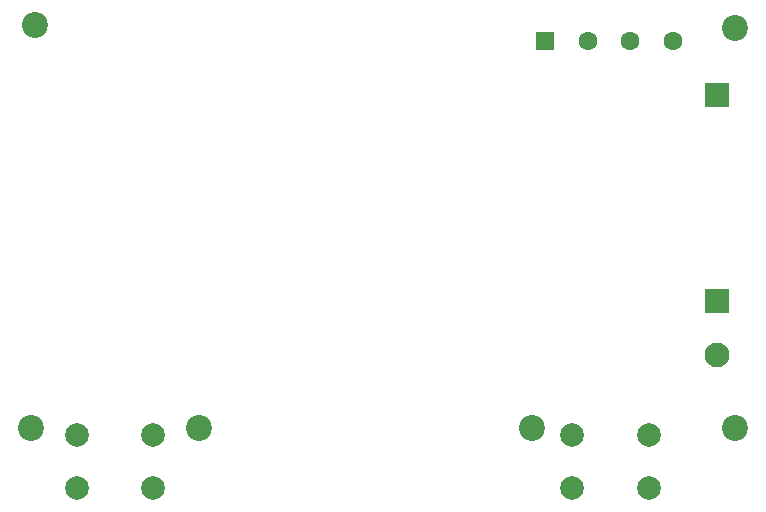
<source format=gbs>
%TF.GenerationSoftware,KiCad,Pcbnew,7.0.5+dfsg-2*%
%TF.CreationDate,2023-08-29T10:22:54-04:00*%
%TF.ProjectId,proto1_0,70726f74-6f31-45f3-902e-6b696361645f,rev?*%
%TF.SameCoordinates,Original*%
%TF.FileFunction,Soldermask,Bot*%
%TF.FilePolarity,Negative*%
%FSLAX46Y46*%
G04 Gerber Fmt 4.6, Leading zero omitted, Abs format (unit mm)*
G04 Created by KiCad (PCBNEW 7.0.5+dfsg-2) date 2023-08-29 10:22:54*
%MOMM*%
%LPD*%
G01*
G04 APERTURE LIST*
G04 Aperture macros list*
%AMRoundRect*
0 Rectangle with rounded corners*
0 $1 Rounding radius*
0 $2 $3 $4 $5 $6 $7 $8 $9 X,Y pos of 4 corners*
0 Add a 4 corners polygon primitive as box body*
4,1,4,$2,$3,$4,$5,$6,$7,$8,$9,$2,$3,0*
0 Add four circle primitives for the rounded corners*
1,1,$1+$1,$2,$3*
1,1,$1+$1,$4,$5*
1,1,$1+$1,$6,$7*
1,1,$1+$1,$8,$9*
0 Add four rect primitives between the rounded corners*
20,1,$1+$1,$2,$3,$4,$5,0*
20,1,$1+$1,$4,$5,$6,$7,0*
20,1,$1+$1,$6,$7,$8,$9,0*
20,1,$1+$1,$8,$9,$2,$3,0*%
G04 Aperture macros list end*
%ADD10RoundRect,0.250001X-0.799999X0.799999X-0.799999X-0.799999X0.799999X-0.799999X0.799999X0.799999X0*%
%ADD11C,2.100000*%
%ADD12C,2.200000*%
%ADD13RoundRect,0.250001X-0.799999X-0.799999X0.799999X-0.799999X0.799999X0.799999X-0.799999X0.799999X0*%
%ADD14RoundRect,0.250000X-0.550000X-0.550000X0.550000X-0.550000X0.550000X0.550000X-0.550000X0.550000X0*%
%ADD15C,1.600000*%
%ADD16C,2.000000*%
G04 APERTURE END LIST*
D10*
%TO.C,BT1*%
X136525000Y-75805000D03*
D11*
X136525000Y-80405000D03*
%TD*%
D12*
%TO.C,H6*%
X137972800Y-52673250D03*
%TD*%
%TO.C,H4*%
X92621100Y-86614000D03*
%TD*%
%TO.C,H2*%
X120802400Y-86614000D03*
%TD*%
%TO.C,H5*%
X137972800Y-86614000D03*
%TD*%
D13*
%TO.C,J3*%
X136525000Y-58420000D03*
%TD*%
D12*
%TO.C,H1*%
X78422500Y-86614000D03*
%TD*%
%TO.C,H3*%
X78740000Y-52476400D03*
%TD*%
D14*
%TO.C,J1*%
X121959000Y-53848000D03*
D15*
X125559000Y-53848000D03*
X129159000Y-53848000D03*
X132759000Y-53848000D03*
%TD*%
D16*
%TO.C,SW1*%
X88771800Y-87158000D03*
X82271800Y-87158000D03*
X88771800Y-91658000D03*
X82271800Y-91658000D03*
%TD*%
%TO.C,SW2*%
X130707200Y-87158000D03*
X124207200Y-87158000D03*
X130707200Y-91658000D03*
X124207200Y-91658000D03*
%TD*%
M02*

</source>
